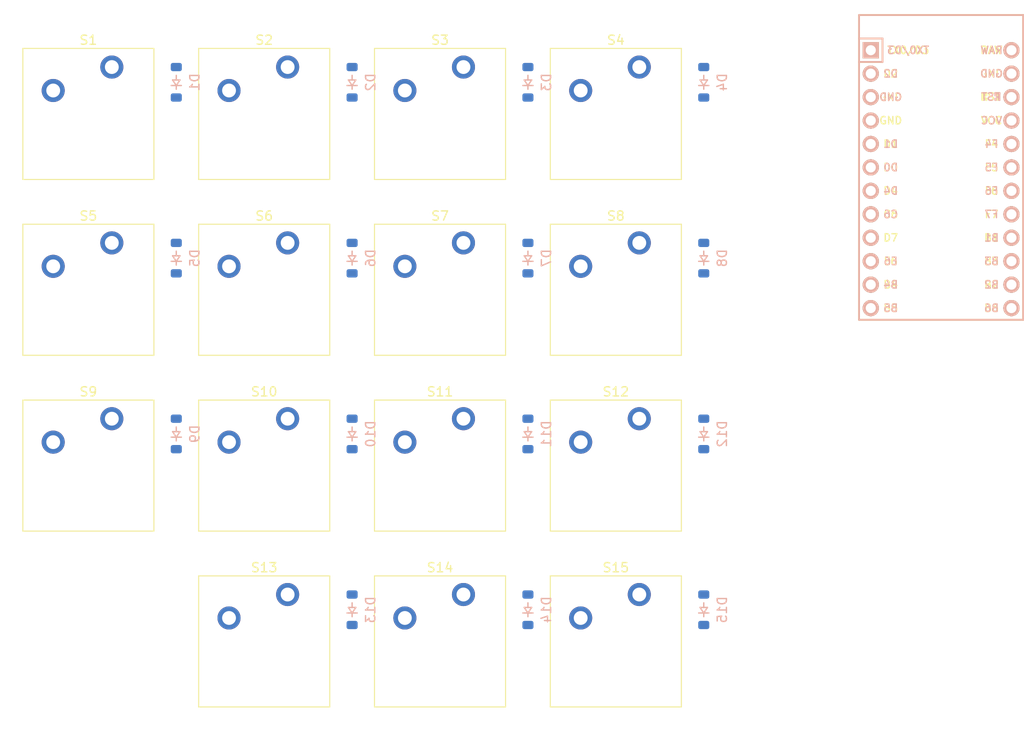
<source format=kicad_pcb>
(kicad_pcb (version 20221018) (generator pcbnew)
  (layers (0 "F.Cu" signal) (31 "B.Cu" signal) (34 "B.Paste" user) (35 "F.Paste" user) (36 "B.SilkS" user "B.Silkscreen") (37 "F.SilkS" user "F.Silkscreen") (38 "B.Mask" user) (39 "F.Mask" user) (44 "Edge.Cuts" user))
  (net 0 "")
  (net 1 "Row1")
  (net 2 "Net-(D1-A)")
  (net 3 "Net-(D2-A)")
  (net 4 "Net-(D3-A)")
  (net 5 "Net-(D4-A)")
  (net 6 "Row2")
  (net 7 "Net-(D5-A)")
  (net 8 "Net-(D6-A)")
  (net 9 "Net-(D7-A)")
  (net 10 "Net-(D8-A)")
  (net 11 "Row3")
  (net 12 "Net-(D9-A)")
  (net 13 "Net-(D10-A)")
  (net 14 "Net-(D11-A)")
  (net 15 "Net-(D12-A)")
  (net 16 "Row4")
  (net 17 "Net-(D13-A)")
  (net 18 "Net-(D14-A)")
  (net 19 "Net-(D15-A)")
  (net 20 "Column1")
  (net 21 "Column2")
  (net 22 "Column3")
  (net 23 "Column4")
  (footprint "microkeys_MX:MX_PCB_1.00u" (layer "F.Cu") (at 88.26 117.58)
    (fp_text reference "S13" (at 0 -8) (layer "F.SilkS"))
    (fp_text value "Keyswitch")
    (fp_line (start -7.1 -7.1) (end -7.1 7.1) (stroke (width 0.12)) (layer "F.SilkS"))
    (fp_line (start -7.1 7.1) (end 7.1 7.1) (stroke (width 0.12)) (layer "F.SilkS"))
    (fp_line (start 7.1 -7.1) (end -7.1 -7.1) (stroke (width 0.12)) (layer "F.SilkS"))
    (fp_line (start 7.1 7.1) (end 7.1 -7.1) (stroke (width 0.12)) (layer "F.SilkS"))
    (pad "" np_thru_hole circle (at -5.08 0) (size 1.75 1.75) (drill 1.75) (layers "*.Cu" "*.Mask"))
    (pad "" np_thru_hole circle (at 0 0) (size 4 4) (drill 4) (layers "*.Cu" "*.Mask"))
    (pad "" np_thru_hole circle (at 5.08 0) (size 1.75 1.75) (drill 1.75) (layers "*.Cu" "*.Mask"))
    (pad "1" thru_hole circle (at -3.81 -2.54) (size 2.5 2.5) (drill 1.5) (layers "*.Cu" "*.Mask") (net 21 "Column2"))
    (pad "2" thru_hole circle (at 2.54 -5.08) (size 2.5 2.5) (drill 1.5) (layers "*.Cu" "*.Mask") (net 17 "Net-(D13-A)"))
  )
  (footprint "microkeys_MCU:Arduino_Pro_Micro" (layer "F.Cu") (at 161.6025 67.494375)
    (fp_text reference "U2" hide)
    (fp_text value "Arduino_Pro_Micro" hide)
    (fp_text user "B6" (at 5.461 13.97) (layer "B.SilkS") (effects (font (size 0.8 0.8)) (justify mirror)))
    (fp_text user "F6" (at 5.461 1.27) (layer "B.SilkS") (effects (font (size 0.8 0.8)) (justify mirror)))
    (fp_text user "D1" (at -5.461 -3.81) (layer "B.SilkS") (effects (font (size 0.8 0.8)) (justify mirror)))
    (fp_text user "GND" (at 5.461 -11.43) (layer "B.SilkS") (effects (font (size 0.8 0.8)) (justify mirror)))
    (fp_text user "B1" (at 5.461 6.35) (layer "B.SilkS") (effects (font (size 0.8 0.8)) (justify mirror)))
    (fp_text user "D2" (at -5.461 -11.43) (layer "B.SilkS") (effects (font (size 0.8 0.8)) (justify mirror)))
    (fp_text user "D4" (at -5.461 1.27) (layer "B.SilkS") (effects (font (size 0.8 0.8)) (justify mirror)))
    (fp_text user "B5" (at -5.461 13.97) (layer "B.SilkS") (effects (font (size 0.8 0.8)) (justify mirror)))
    (fp_text user "B3" (at 5.461 8.89) (layer "B.SilkS") (effects (font (size 0.8 0.8)) (justify mirror)))
    (fp_text user "C6" (at -5.461 3.81) (layer "B.SilkS") (effects (font (size 0.8 0.8)) (justify mirror)))
    (fp_text user "D0" (at -5.461 -1.27) (layer "B.SilkS") (effects (font (size 0.8 0.8)) (justify mirror)))
    (fp_text user "F5" (at 5.461 -1.27) (layer "B.SilkS") (effects (font (size 0.8 0.8)) (justify mirror)))
    (fp_text user "TX0/D3" (at -3.571872 -13.97) (layer "B.SilkS") (effects (font (size 0.8 0.8)) (justify mirror)))
    (fp_text user "GND" (at -5.461 -8.89) (layer "B.SilkS") (effects (font (size 0.8 0.8)) (justify mirror)))
    (fp_text user "B2" (at 5.461 11.43) (layer "B.SilkS") (effects (font (size 0.8 0.8)) (justify mirror)))
    (fp_text user "F7" (at 5.461 3.81) (layer "B.SilkS") (effects (font (size 0.8 0.8)) (justify mirror)))
    (fp_text user "B4" (at -5.461 11.43) (layer "B.SilkS") (effects (font (size 0.8 0.8)) (justify mirror)))
    (fp_text user "ST" (at 5.04 -8.91) (layer "B.SilkS") (effects (font (size 0.8 0.8)) (justify mirror)))
    (fp_text user "F4" (at 5.461 -3.81) (layer "B.SilkS") (effects (font (size 0.8 0.8)) (justify mirror)))
    (fp_text user "RAW" (at 5.461 -13.97) (layer "B.SilkS") (effects (font (size 0.8 0.8)) (justify mirror)))
    (fp_text user "E6" (at -5.461 8.89) (layer "B.SilkS") (effects (font (size 0.8 0.8)) (justify mirror)))
    (fp_text user "VCC" (at 5.461 -6.35) (layer "B.SilkS") (effects (font (size 0.8 0.8)) (justify mirror)))
    (fp_text user "ST" (at 5.73312 -8.92) (layer "F.SilkS") (effects (font (size 0.8 0.8))))
    (fp_text user "E6" (at -5.461 8.89) (layer "F.SilkS") (effects (font (size 0.8 0.8))))
    (fp_text user "D0" (at -5.461 -1.27) (layer "F.SilkS") (effects (font (size 0.8 0.8))))
    (fp_text user "VCC" (at 5.461 -6.35) (layer "F.SilkS") (effects (font (size 0.8 0.8))))
    (fp_text user "TX0/D3" (at -3.571872 -13.97) (layer "F.SilkS") (effects (font (size 0.8 0.8))))
    (fp_text user "B4" (at -5.461 11.43) (layer "F.SilkS") (effects (font (size 0.8 0.8))))
    (fp_text user "B6" (at 5.461 13.97) (layer "F.SilkS") (effects (font (size 0.8 0.8))))
    (fp_text user "GND" (at -5.461 -8.89) (layer "F.SilkS") (effects (font (size 0.8 0.8))))
    (fp_text user "D4" (at -5.461 1.27) (layer "F.SilkS") (effects (font (size 0.8 0.8))))
    (fp_text user "C6" (at -5.461 3.81) (layer "F.SilkS") (effects (font (size 0.8 0.8))))
    (fp_text user "D2" (at -5.461 -11.43) (layer "F.SilkS") (effects (font (size 0.8 0.8))))
    (fp_text user "F5" (at 5.461 -1.27) (layer "F.SilkS") (effects (font (size 0.8 0.8))))
    (fp_text user "F7" (at 5.461 3.81) (layer "F.SilkS") (effects (font (size 0.8 0.8))))
    (fp_text user "B3" (at 5.461 8.89) (layer "F.SilkS") (effects (font (size 0.8 0.8))))
    (fp_text user "B2" (at 5.461 11.43) (layer "F.SilkS") (effects (font (size 0.8 0.8))))
    (fp_text user "RAW" (at 5.461 -13.97) (layer "F.SilkS") (effects (font (size 0.8 0.8))))
    (fp_text user "GND" (at -5.461 -6.35) (layer "F.SilkS") (effects (font (size 0.8 0.8))))
    (fp_text user "D1" (at -5.461 -3.81) (layer "F.SilkS") (effects (font (size 0.8 0.8))))
    (fp_text user "F4" (at 5.461 -3.81) (layer "F.SilkS") (effects (font (size 0.8 0.8))))
    (fp_text user "B5" (at -5.461 13.97) (layer "F.SilkS") (effects (font (size 0.8 0.8))))
    (fp_text user "D7" (at -5.461 6.35) (layer "F.SilkS") (effects (font (size 0.8 0.8))))
    (fp_text user "B1" (at 5.461 6.35) (layer "F.SilkS") (effects (font (size 0.8 0.8))))
    (fp_text user "GND" (at 5.461 -11.43) (layer "F.SilkS") (effects (font (size 0.8 0.8))))
    (fp_text user "F6" (at 5.461 1.27) (layer "F.SilkS") (effects (font (size 0.8 0.8))))
    (fp_line (start -8.89 -17.78) (end -8.89 15.24) (stroke (width 0.2)) (layer "B.SilkS"))
    (fp_line (start -8.89 15.24) (end 8.89 15.24) (stroke (width 0.2)) (layer "B.SilkS"))
    (fp_line (start -6.35 -15.24) (end -8.89 -15.24) (stroke (width 0.2)) (layer "B.SilkS"))
    (fp_line (start -6.35 -15.24) (end -6.35 -12.7) (stroke (width 0.2)) (layer "B.SilkS"))
    (fp_line (start -6.35 -12.7) (end -8.89 -12.7) (stroke (width 0.2)) (layer "B.SilkS"))
    (fp_line (start 8.89 -17.78) (end -8.89 -17.78) (stroke (width 0.2)) (layer "B.SilkS"))
    (fp_line (start 8.89 15.24) (end 8.89 -17.78) (stroke (width 0.2)) (layer "B.SilkS"))
    (fp_poly (pts (xy 5.844635 -9.35097) (xy 5.844635 -9.25097) (xy 6.344635 -9.25097) (xy 6.344635 -9.35097)) (stroke (width 0.15)) (fill solid) (layer "B.SilkS"))
    (fp_poly (pts (xy 5.844635 -9.35097) (xy 5.844635 -9.05097) (xy 5.944635 -9.05097) (xy 5.944635 -9.35097)) (stroke (width 0.15)) (fill solid) (layer "B.SilkS"))
    (fp_poly (pts (xy 5.844635 -8.75097) (xy 5.844635 -8.55097) (xy 5.944635 -8.55097) (xy 5.944635 -8.75097)) (stroke (width 0.15)) (fill solid) (layer "B.SilkS"))
    (fp_poly (pts (xy 6.044635 -8.95097) (xy 6.044635 -8.85097) (xy 6.144635 -8.85097) (xy 6.144635 -8.95097)) (stroke (width 0.15)) (fill solid) (layer "B.SilkS"))
    (fp_poly (pts (xy 6.244635 -9.35097) (xy 6.244635 -8.55097) (xy 6.344635 -8.55097) (xy 6.344635 -9.35097)) (stroke (width 0.15)) (fill solid) (layer "B.SilkS"))
    (fp_line (start -8.89 -17.78) (end -8.89 15.24) (stroke (width 0.2)) (layer "F.SilkS"))
    (fp_line (start -8.89 15.24) (end 8.89 15.24) (stroke (width 0.2)) (layer "F.SilkS"))
    (fp_line (start -6.35 -15.24) (end -8.89 -15.24) (stroke (width 0.2)) (layer "F.SilkS"))
    (fp_line (start -6.35 -15.24) (end -6.35 -12.7) (stroke (width 0.2)) (layer "F.SilkS"))
    (fp_line (start -6.35 -12.7) (end -8.89 -12.7) (stroke (width 0.2)) (layer "F.SilkS"))
    (fp_line (start 8.89 -17.78) (end -8.89 -17.78) (stroke (width 0.2)) (layer "F.SilkS"))
    (fp_line (start 8.89 15.24) (end 8.89 -17.78) (stroke (width 0.2)) (layer "F.SilkS"))
    (fp_poly (pts (xy 4.531568 -9.36064) (xy 4.531568 -8.56064) (xy 4.431568 -8.56064) (xy 4.431568 -9.36064)) (stroke (width 0.15)) (fill solid) (layer "F.SilkS"))
    (fp_poly (pts (xy 4.731568 -8.96064) (xy 4.731568 -8.86064) (xy 4.631568 -8.86064) (xy 4.631568 -8.96064)) (stroke (width 0.15)) (fill solid) (layer "F.SilkS"))
    (fp_poly (pts (xy 4.931568 -9.36064) (xy 4.931568 -9.26064) (xy 4.431568 -9.26064) (xy 4.431568 -9.36064)) (stroke (width 0.15)) (fill solid) (layer "F.SilkS"))
    (fp_poly (pts (xy 4.931568 -9.36064) (xy 4.931568 -9.06064) (xy 4.831568 -9.06064) (xy 4.831568 -9.36064)) (stroke (width 0.15)) (fill solid) (layer "F.SilkS"))
    (fp_poly (pts (xy 4.931568 -8.76064) (xy 4.931568 -8.56064) (xy 4.831568 -8.56064) (xy 4.831568 -8.76064)) (stroke (width 0.15)) (fill solid) (layer "F.SilkS"))
    (pad "1" thru_hole rect (at -7.62 -13.97 270) (size 1.7526 1.7526) (drill 1.0922) (layers "*.Cu" "*.SilkS" "*.Mask"))
    (pad "2" thru_hole circle (at -7.62 -11.43 270) (size 1.7526 1.7526) (drill 1.0922) (layers "*.Cu" "*.SilkS" "*.Mask"))
    (pad "3" thru_hole circle (at -7.62 -8.89 270) (size 1.7526 1.7526) (drill 1.0922) (layers "*.Cu" "*.SilkS" "*.Mask"))
    (pad "4" thru_hole circle (at -7.62 -6.35 270) (size 1.7526 1.7526) (drill 1.0922) (layers "*.Cu" "*.SilkS" "*.Mask"))
    (pad "5" thru_hole circle (at -7.62 -3.81 270) (size 1.7526 1.7526) (drill 1.0922) (layers "*.Cu" "*.SilkS" "*.Mask") (net 20 "Column1"))
    (pad "6" thru_hole circle (at -7.62 -1.27 270) (size 1.7526 1.7526) (drill 1.0922) (layers "*.Cu" "*.SilkS" "*.Mask") (net 21 "Column2"))
    (pad "7" thru_hole circle (at -7.62 1.27 270) (size 1.7526 1.7526) (drill 1.0922) (layers "*.Cu" "*.SilkS" "*.Mask") (net 22 "Column3"))
    (pad "8" thru_hole circle (at -7.62 3.81 270) (size 1.7526 1.7526) (drill 1.0922) (layers "*.Cu" "*.SilkS" "*.Mask") (net 23 "Column4"))
    (pad "9" thru_hole circle (at -7.62 6.35 270) (size 1.7526 1.7526) (drill 1.0922) (layers "*.Cu" "*.SilkS" "*.Mask") (net 1 "Row1"))
    (pad "10" thru_hole circle (at -7.62 8.89 270) (size 1.7526 1.7526) (drill 1.0922) (layers "*.Cu" "*.SilkS" "*.Mask") (net 6 "Row2"))
    (pad "11" thru_hole circle (at -7.62 11.43 270) (size 1.7526 1.7526) (drill 1.0922) (layers "*.Cu" "*.SilkS" "*.Mask") (net 11 "Row3"))
    (pad "12" thru_hole circle (at -7.62 13.97 270) (size 1.7526 1.7526) (drill 1.0922) (layers "*.Cu" "*.SilkS" "*.Mask") (net 16 "Row4"))
    (pad "13" thru_hole circle (at 7.62 13.97 270) (size 1.7526 1.7526) (drill 1.0922) (layers "*.Cu" "*.SilkS" "*.Mask"))
    (pad "14" thru_hole circle (at 7.62 11.43 270) (size 1.7526 1.7526) (drill 1.0922) (layers "*.Cu" "*.SilkS" "*.Mask"))
    (pad "15" thru_hole circle (at 7.62 8.89 270) (size 1.7526 1.7526) (drill 1.0922) (layers "*.Cu" "*.SilkS" "*.Mask"))
    (pad "16" thru_hole circle (at 7.62 6.35 270) (size 1.7526 1.7526) (drill 1.0922) (layers "*.Cu" "*.SilkS" "*.Mask"))
    (pad "17" thru_hole circle (at 7.62 3.81 270) (size 1.7526 1.7526) (drill 1.0922) (layers "*.Cu" "*.SilkS" "*.Mask"))
    (pad "18" thru_hole circle (at 7.62 1.27 270) (size 1.7526 1.7526) (drill 1.0922) (layers "*.Cu" "*.SilkS" "*.Mask"))
    (pad "19" thru_hole circle (at 7.62 -1.27 270) (size 1.7526 1.7526) (drill 1.0922) (layers "*.Cu" "*.SilkS" "*.Mask"))
    (pad "20" thru_hole circle (at 7.62 -3.81 270) (size 1.7526 1.7526) (drill 1.0922) (layers "*.Cu" "*.SilkS" "*.Mask"))
    (pad "21" thru_hole circle (at 7.62 -6.35 270) (size 1.7526 1.7526) (drill 1.0922) (layers "*.Cu" "*.SilkS" "*.Mask"))
    (pad "22" thru_hole circle (at 7.62 -8.89 270) (size 1.7526 1.7526) (drill 1.0922) (layers "*.Cu" "*.SilkS" "*.Mask"))
    (pad "23" thru_hole circle (at 7.62 -11.43 270) (size 1.7526 1.7526) (drill 1.0922) (layers "*.Cu" "*.SilkS" "*.Mask"))
    (pad "24" thru_hole circle (at 7.62 -13.97 270) (size 1.7526 1.7526) (drill 1.0922) (layers "*.Cu" "*.SilkS" "*.Mask"))
  )
  (footprint "microkeys_MX:MX_PCB_1.00u" (layer "F.Cu") (at 88.26 79.48)
    (fp_text reference "S6" (at 0 -8) (layer "F.SilkS"))
    (fp_text value "Keyswitch")
    (fp_line (start -7.1 -7.1) (end -7.1 7.1) (stroke (width 0.12)) (layer "F.SilkS"))
    (fp_line (start -7.1 7.1) (end 7.1 7.1) (stroke (width 0.12)) (layer "F.SilkS"))
    (fp_line (start 7.1 -7.1) (end -7.1 -7.1) (stroke (width 0.12)) (layer "F.SilkS"))
    (fp_line (start 7.1 7.1) (end 7.1 -7.1) (stroke (width 0.12)) (layer "F.SilkS"))
    (pad "" np_thru_hole circle (at -5.08 0) (size 1.75 1.75) (drill 1.75) (layers "*.Cu" "*.Mask"))
    (pad "" np_thru_hole circle (at 0 0) (size 4 4) (drill 4) (layers "*.Cu" "*.Mask"))
    (pad "" np_thru_hole circle (at 5.08 0) (size 1.75 1.75) (drill 1.75) (layers "*.Cu" "*.Mask"))
    (pad "1" thru_hole circle (at -3.81 -2.54) (size 2.5 2.5) (drill 1.5) (layers "*.Cu" "*.Mask") (net 21 "Column2"))
    (pad "2" thru_hole circle (at 2.54 -5.08) (size 2.5 2.5) (drill 1.5) (layers "*.Cu" "*.Mask") (net 8 "Net-(D6-A)"))
  )
  (footprint "microkeys_MX:MX_PCB_1.00u" (layer "F.Cu") (at 126.36 117.58)
    (fp_text reference "S15" (at 0 -8) (layer "F.SilkS"))
    (fp_text value "Keyswitch")
    (fp_line (start -7.1 -7.1) (end -7.1 7.1) (stroke (width 0.12)) (layer "F.SilkS"))
    (fp_line (start -7.1 7.1) (end 7.1 7.1) (stroke (width 0.12)) (layer "F.SilkS"))
    (fp_line (start 7.1 -7.1) (end -7.1 -7.1) (stroke (width 0.12)) (layer "F.SilkS"))
    (fp_line (start 7.1 7.1) (end 7.1 -7.1) (stroke (width 0.12)) (layer "F.SilkS"))
    (pad "" np_thru_hole circle (at -5.08 0) (size 1.75 1.75) (drill 1.75) (layers "*.Cu" "*.Mask"))
    (pad "" np_thru_hole circle (at 0 0) (size 4 4) (drill 4) (layers "*.Cu" "*.Mask"))
    (pad "" np_thru_hole circle (at 5.08 0) (size 1.75 1.75) (drill 1.75) (layers "*.Cu" "*.Mask"))
    (pad "1" thru_hole circle (at -3.81 -2.54) (size 2.5 2.5) (drill 1.5) (layers "*.Cu" "*.Mask") (net 23 "Column4"))
    (pad "2" thru_hole circle (at 2.54 -5.08) (size 2.5 2.5) (drill 1.5) (layers "*.Cu" "*.Mask") (net 19 "Net-(D15-A)"))
  )
  (footprint "microkeys_MX:MX_PCB_1.00u" (layer "F.Cu") (at 88.26 60.43)
    (fp_text reference "S2" (at 0 -8) (layer "F.SilkS"))
    (fp_text value "Keyswitch")
    (fp_line (start -7.1 -7.1) (end -7.1 7.1) (stroke (width 0.12)) (layer "F.SilkS"))
    (fp_line (start -7.1 7.1) (end 7.1 7.1) (stroke (width 0.12)) (layer "F.SilkS"))
    (fp_line (start 7.1 -7.1) (end -7.1 -7.1) (stroke (width 0.12)) (layer "F.SilkS"))
    (fp_line (start 7.1 7.1) (end 7.1 -7.1) (stroke (width 0.12)) (layer "F.SilkS"))
    (pad "" np_thru_hole circle (at -5.08 0) (size 1.75 1.75) (drill 1.75) (layers "*.Cu" "*.Mask"))
    (pad "" np_thru_hole circle (at 0 0) (size 4 4) (drill 4) (layers "*.Cu" "*.Mask"))
    (pad "" np_thru_hole circle (at 5.08 0) (size 1.75 1.75) (drill 1.75) (layers "*.Cu" "*.Mask"))
    (pad "1" thru_hole circle (at -3.81 -2.54) (size 2.5 2.5) (drill 1.5) (layers "*.Cu" "*.Mask") (net 21 "Column2"))
    (pad "2" thru_hole circle (at 2.54 -5.08) (size 2.5 2.5) (drill 1.5) (layers "*.Cu" "*.Mask") (net 3 "Net-(D2-A)"))
  )
  (footprint "microkeys_MX:MX_PCB_1.00u" (layer "F.Cu") (at 69.21 79.48)
    (fp_text reference "S5" (at 0 -8) (layer "F.SilkS"))
    (fp_text value "Keyswitch")
    (fp_line (start -7.1 -7.1) (end -7.1 7.1) (stroke (width 0.12)) (layer "F.SilkS"))
    (fp_line (start -7.1 7.1) (end 7.1 7.1) (stroke (width 0.12)) (layer "F.SilkS"))
    (fp_line (start 7.1 -7.1) (end -7.1 -7.1) (stroke (width 0.12)) (layer "F.SilkS"))
    (fp_line (start 7.1 7.1) (end 7.1 -7.1) (stroke (width 0.12)) (layer "F.SilkS"))
    (pad "" np_thru_hole circle (at -5.08 0) (size 1.75 1.75) (drill 1.75) (layers "*.Cu" "*.Mask"))
    (pad "" np_thru_hole circle (at 0 0) (size 4 4) (drill 4) (layers "*.Cu" "*.Mask"))
    (pad "" np_thru_hole circle (at 5.08 0) (size 1.75 1.75) (drill 1.75) (layers "*.Cu" "*.Mask"))
    (pad "1" thru_hole circle (at -3.81 -2.54) (size 2.5 2.5) (drill 1.5) (layers "*.Cu" "*.Mask") (net 20 "Column1"))
    (pad "2" thru_hole circle (at 2.54 -5.08) (size 2.5 2.5) (drill 1.5) (layers "*.Cu" "*.Mask") (net 7 "Net-(D5-A)"))
  )
  (footprint "microkeys_MX:MX_PCB_1.00u" (layer "F.Cu") (at 107.31 60.43)
    (fp_text reference "S3" (at 0 -8) (layer "F.SilkS"))
    (fp_text value "Keyswitch")
    (fp_line (start -7.1 -7.1) (end -7.1 7.1) (stroke (width 0.12)) (layer "F.SilkS"))
    (fp_line (start -7.1 7.1) (end 7.1 7.1) (stroke (width 0.12)) (layer "F.SilkS"))
    (fp_line (start 7.1 -7.1) (end -7.1 -7.1) (stroke (width 0.12)) (layer "F.SilkS"))
    (fp_line (start 7.1 7.1) (end 7.1 -7.1) (stroke (width 0.12)) (layer "F.SilkS"))
    (pad "" np_thru_hole circle (at -5.08 0) (size 1.75 1.75) (drill 1.75) (layers "*.Cu" "*.Mask"))
    (pad "" np_thru_hole circle (at 0 0) (size 4 4) (drill 4) (layers "*.Cu" "*.Mask"))
    (pad "" np_thru_hole circle (at 5.08 0) (size 1.75 1.75) (drill 1.75) (layers "*.Cu" "*.Mask"))
    (pad "1" thru_hole circle (at -3.81 -2.54) (size 2.5 2.5) (drill 1.5) (layers "*.Cu" "*.Mask") (net 22 "Column3"))
    (pad "2" thru_hole circle (at 2.54 -5.08) (size 2.5 2.5) (drill 1.5) (layers "*.Cu" "*.Mask") (net 4 "Net-(D3-A)"))
  )
  (footprint "microkeys_MX:MX_PCB_1.00u" (layer "F.Cu") (at 88.26 98.53)
    (fp_text reference "S10" (at 0 -8) (layer "F.SilkS"))
    (fp_text value "Keyswitch")
    (fp_line (start -7.1 -7.1) (end -7.1 7.1) (stroke (width 0.12)) (layer "F.SilkS"))
    (fp_line (start -7.1 7.1) (end 7.1 7.1) (stroke (width 0.12)) (layer "F.SilkS"))
    (fp_line (start 7.1 -7.1) (end -7.1 -7.1) (stroke (width 0.12)) (layer "F.SilkS"))
    (fp_line (start 7.1 7.1) (end 7.1 -7.1) (stroke (width 0.12)) (layer "F.SilkS"))
    (pad "" np_thru_hole circle (at -5.08 0) (size 1.75 1.75) (drill 1.75) (layers "*.Cu" "*.Mask"))
    (pad "" np_thru_hole circle (at 0 0) (size 4 4) (drill 4) (layers "*.Cu" "*.Mask"))
    (pad "" np_thru_hole circle (at 5.08 0) (size 1.75 1.75) (drill 1.75) (layers "*.Cu" "*.Mask"))
    (pad "1" thru_hole circle (at -3.81 -2.54) (size 2.5 2.5) (drill 1.5) (layers "*.Cu" "*.Mask") (net 21 "Column2"))
    (pad "2" thru_hole circle (at 2.54 -5.08) (size 2.5 2.5) (drill 1.5) (layers "*.Cu" "*.Mask") (net 13 "Net-(D10-A)"))
  )
  (footprint "microkeys_MX:MX_PCB_1.00u" (layer "F.Cu") (at 126.36 60.43)
    (fp_text reference "S4" (at 0 -8) (layer "F.SilkS"))
    (fp_text value "Keyswitch")
    (fp_line (start -7.1 -7.1) (end -7.1 7.1) (stroke (width 0.12)) (layer "F.SilkS"))
    (fp_line (start -7.1 7.1) (end 7.1 7.1) (stroke (width 0.12)) (layer "F.SilkS"))
    (fp_line (start 7.1 -7.1) (end -7.1 -7.1) (stroke (width 0.12)) (layer "F.SilkS"))
    (fp_line (start 7.1 7.1) (end 7.1 -7.1) (stroke (width 0.12)) (layer "F.SilkS"))
    (pad "" np_thru_hole circle (at -5.08 0) (size 1.75 1.75) (drill 1.75) (layers "*.Cu" "*.Mask"))
    (pad "" np_thru_hole circle (at 0 0) (size 4 4) (drill 4) (layers "*.Cu" "*.Mask"))
    (pad "" np_thru_hole circle (at 5.08 0) (size 1.75 1.75) (drill 1.75) (layers "*.Cu" "*.Mask"))
    (pad "1" thru_hole circle (at -3.81 -2.54) (size 2.5 2.5) (drill 1.5) (layers "*.Cu" "*.Mask") (net 23 "Column4"))
    (pad "2" thru_hole circle (at 2.54 -5.08) (size 2.5 2.5) (drill 1.5) (layers "*.Cu" "*.Mask") (net 5 "Net-(D4-A)"))
  )
  (footprint "microkeys_MX:MX_PCB_1.00u" (layer "F.Cu") (at 69.21 60.43)
    (fp_text reference "S1" (at 0 -8) (layer "F.SilkS"))
    (fp_text value "Keyswitch")
    (fp_line (start -7.1 -7.1) (end -7.1 7.1) (stroke (width 0.12)) (layer "F.SilkS"))
    (fp_line (start -7.1 7.1) (end 7.1 7.1) (stroke (width 0.12)) (layer "F.SilkS"))
    (fp_line (start 7.1 -7.1) (end -7.1 -7.1) (stroke (width 0.12)) (layer "F.SilkS"))
    (fp_line (start 7.1 7.1) (end 7.1 -7.1) (stroke (width 0.12)) (layer "F.SilkS"))
    (pad "" np_thru_hole circle (at -5.08 0) (size 1.75 1.75) (drill 1.75) (layers "*.Cu" "*.Mask"))
    (pad "" np_thru_hole circle (at 0 0) (size 4 4) (drill 4) (layers "*.Cu" "*.Mask"))
    (pad "" np_thru_hole circle (at 5.08 0) (size 1.75 1.75) (drill 1.75) (layers "*.Cu" "*.Mask"))
    (pad "1" thru_hole circle (at -3.81 -2.54) (size 2.5 2.5) (drill 1.5) (layers "*.Cu" "*.Mask") (net 20 "Column1"))
    (pad "2" thru_hole circle (at 2.54 -5.08) (size 2.5 2.5) (drill 1.5) (layers "*.Cu" "*.Mask") (net 2 "Net-(D1-A)"))
  )
  (footprint "microkeys_MX:MX_PCB_1.00u" (layer "F.Cu") (at 107.31 98.53)
    (fp_text reference "S11" (at 0 -8) (layer "F.SilkS"))
    (fp_text value "Keyswitch")
    (fp_line (start -7.1 -7.1) (end -7.1 7.1) (stroke (width 0.12)) (layer "F.SilkS"))
    (fp_line (start -7.1 7.1) (end 7.1 7.1) (stroke (width 0.12)) (layer "F.SilkS"))
    (fp_line (start 7.1 -7.1) (end -7.1 -7.1) (stroke (width 0.12)) (layer "F.SilkS"))
    (fp_line (start 7.1 7.1) (end 7.1 -7.1) (stroke (width 0.12)) (layer "F.SilkS"))
    (pad "" np_thru_hole circle (at -5.08 0) (size 1.75 1.75) (drill 1.75) (layers "*.Cu" "*.Mask"))
    (pad "" np_thru_hole circle (at 0 0) (size 4 4) (drill 4) (layers "*.Cu" "*.Mask"))
    (pad "" np_thru_hole circle (at 5.08 0) (size 1.75 1.75) (drill 1.75) (layers "*.Cu" "*.Mask"))
    (pad "1" thru_hole circle (at -3.81 -2.54) (size 2.5 2.5) (drill 1.5) (layers "*.Cu" "*.Mask") (net 22 "Column3"))
    (pad "2" thru_hole circle (at 2.54 -5.08) (size 2.5 2.5) (drill 1.5) (layers "*.Cu" "*.Mask") (net 14 "Net-(D11-A)"))
  )
  (footprint "microkeys_MX:MX_PCB_1.00u" (layer "F.Cu") (at 107.31 79.48)
    (fp_text reference "S7" (at 0 -8) (layer "F.SilkS"))
    (fp_text value "Keyswitch")
    (fp_line (start -7.1 -7.1) (end -7.1 7.1) (stroke (width 0.12)) (layer "F.SilkS"))
    (fp_line (start -7.1 7.1) (end 7.1 7.1) (stroke (width 0.12)) (layer "F.SilkS"))
    (fp_line (start 7.1 -7.1) (end -7.1 -7.1) (stroke (width 0.12)) (layer "F.SilkS"))
    (fp_line (start 7.1 7.1) (end 7.1 -7.1) (stroke (width 0.12)) (layer "F.SilkS"))
    (pad "" np_thru_hole circle (at -5.08 0) (size 1.75 1.75) (drill 1.75) (layers "*.Cu" "*.Mask"))
    (pad "" np_thru_hole circle (at 0 0) (size 4 4) (drill 4) (layers "*.Cu" "*.Mask"))
    (pad "" np_thru_hole circle (at 5.08 0) (size 1.75 1.75) (drill 1.75) (layers "*.Cu" "*.Mask"))
    (pad "1" thru_hole circle (at -3.81 -2.54) (size 2.5 2.5) (drill 1.5) (layers "*.Cu" "*.Mask") (net 22 "Column3"))
    (pad "2" thru_hole circle (at 2.54 -5.08) (size 2.5 2.5) (drill 1.5) (layers "*.Cu" "*.Mask") (net 9 "Net-(D7-A)"))
  )
  (footprint "microkeys_MX:MX_PCB_1.00u" (layer "F.Cu") (at 126.36 98.53)
    (fp_text reference "S12" (at 0 -8) (layer "F.SilkS"))
    (fp_text value "Keyswitch")
    (fp_line (start -7.1 -7.1) (end -7.1 7.1) (stroke (width 0.12)) (layer "F.SilkS"))
    (fp_line (start -7.1 7.1) (end 7.1 7.1) (stroke (width 0.12)) (layer "F.SilkS"))
    (fp_line (start 7.1 -7.1) (end -7.1 -7.1) (stroke (width 0.12)) (layer "F.SilkS"))
    (fp_line (start 7.1 7.1) (end 7.1 -7.1) (stroke (width 0.12)) (layer "F.SilkS"))
    (pad "" np_thru_hole circle (at -5.08 0) (size 1.75 1.75) (drill 1.75) (layers "*.Cu" "*.Mask"))
    (pad "" np_thru_hole circle (at 0 0) (size 4 4) (drill 4) (layers "*.Cu" "*.Mask"))
    (pad "" np_thru_hole circle (at 5.08 0) (size 1.75 1.75) (drill 1.75) (layers "*.Cu" "*.Mask"))
    (pad "1" thru_hole circle (at -3.81 -2.54) (size 2.5 2.5) (drill 1.5) (layers "*.Cu" "*.Mask") (net 23 "Column4"))
    (pad "2" thru_hole circle (at 2.54 -5.08) (size 2.5 2.5) (drill 1.5) (layers "*.Cu" "*.Mask") (net 15 "Net-(D12-A)"))
  )
  (footprint "microkeys_MX:MX_PCB_1.00u" (layer "F.Cu") (at 126.36 79.48)
    (fp_text reference "S8" (at 0 -8) (layer "F.SilkS"))
    (fp_text value "Keyswitch")
    (fp_line (start -7.1 -7.1) (end -7.1 7.1) (stroke (width 0.12)) (layer "F.SilkS"))
    (fp_line (start -7.1 7.1) (end 7.1 7.1) (stroke (width 0.12)) (layer "F.SilkS"))
    (fp_line (start 7.1 -7.1) (end -7.1 -7.1) (stroke (width 0.12)) (layer "F.SilkS"))
    (fp_line (start 7.1 7.1) (end 7.1 -7.1) (stroke (width 0.12)) (layer "F.SilkS"))
    (pad "" np_thru_hole circle (at -5.08 0) (size 1.75 1.75) (drill 1.75) (layers "*.Cu" "*.Mask"))
    (pad "" np_thru_hole circle (at 0 0) (size 4 4) (drill 4) (layers "*.Cu" "*.Mask"))
    (pad "" np_thru_hole circle (at 5.08 0) (size 1.75 1.75) (drill 1.75) (layers "*.Cu" "*.Mask"))
    (pad "1" thru_hole circle (at -3.81 -2.54) (size 2.5 2.5) (drill 1.5) (layers "*.Cu" "*.Mask") (net 23 "Column4"))
    (pad "2" thru_hole circle (at 2.54 -5.08) (size 2.5 2.5) (drill 1.5) (layers "*.Cu" "*.Mask") (net 10 "Net-(D8-A)"))
  )
  (footprint "microkeys_MX:MX_PCB_1.00u" (layer "F.Cu") (at 69.21 98.53)
    (fp_text reference "S9" (at 0 -8) (layer "F.SilkS"))
    (fp_text value "Keyswitch")
    (fp_line (start -7.1 -7.1) (end -7.1 7.1) (stroke (width 0.12)) (layer "F.SilkS"))
    (fp_line (start -7.1 7.1) (end 7.1 7.1) (stroke (width 0.12)) (layer "F.SilkS"))
    (fp_line (start 7.1 -7.1) (end -7.1 -7.1) (stroke (width 0.12)) (layer "F.SilkS"))
    (fp_line (start 7.1 7.1) (end 7.1 -7.1) (stroke (width 0.12)) (layer "F.SilkS"))
    (pad "" np_thru_hole circle (at -5.08 0) (size 1.75 1.75) (drill 1.75) (layers "*.Cu" "*.Mask"))
    (pad "" np_thru_hole circle (at 0 0) (size 4 4) (drill 4) (layers "*.Cu" "*.Mask"))
    (pad "" np_thru_hole circle (at 5.08 0) (size 1.75 1.75) (drill 1.75) (layers "*.Cu" "*.Mask"))
    (pad "1" thru_hole circle (at -3.81 -2.54) (size 2.5 2.5) (drill 1.5) (layers "*.Cu" "*.Mask") (net 20 "Column1"))
    (pad "2" thru_hole circle (at 2.54 -5.08) (size 2.5 2.5) (drill 1.5) (layers "*.Cu" "*.Mask") (net 12 "Net-(D9-A)"))
  )
  (footprint "microkeys_MX:MX_PCB_1.00u" (layer "F.Cu") (at 107.31 117.58)
    (fp_text reference "S14" (at 0 -8) (layer "F.SilkS"))
    (fp_text value "Keyswitch")
    (fp_line (start -7.1 -7.1) (end -7.1 7.1) (stroke (width 0.12)) (layer "F.SilkS"))
    (fp_line (start -7.1 7.1) (end 7.1 7.1) (stroke (width 0.12)) (layer "F.SilkS"))
    (fp_line (start 7.1 -7.1) (end -7.1 -7.1) (stroke (width 0.12)) (layer "F.SilkS"))
    (fp_line (start 7.1 7.1) (end 7.1 -7.1) (stroke (width 0.12)) (layer "F.SilkS"))
    (pad "" np_thru_hole circle (at -5.08 0) (size 1.75 1.75) (drill 1.75) (layers "*.Cu" "*.Mask"))
    (pad "" np_thru_hole circle (at 0 0) (size 4 4) (drill 4) (layers "*.Cu" "*.Mask"))
    (pad "" np_thru_hole circle (at 5.08 0) (size 1.75 1.75) (drill 1.75) (layers "*.Cu" "*.Mask"))
    (pad "1" thru_hole circle (at -3.81 -2.54) (size 2.5 2.5) (drill 1.5) (layers "*.Cu" "*.Mask") (net 22 "Column3"))
    (pad "2" thru_hole circle (at 2.54 -5.08) (size 2.5 2.5) (drill 1.5) (layers "*.Cu" "*.Mask") (net 18 "Net-(D14-A)"))
  )
  (footprint "microkeys_Components:Diode_SOD-123" (layer "B.Cu") (at 97.785 57 90)
    (fp_text reference "D2" (at 0 2 90) (layer "B.SilkS") (effects (justify mirror)))
    (fp_text value "Diode")
    (fp_line (start -0.75 0) (end -0.35 0) (stroke (width 0.15)) (layer "B.SilkS"))
    (fp_line (start -0.35 0) (end -0.35 -0.55) (stroke (width 0.15)) (layer "B.SilkS"))
    (fp_line (start -0.35 0) (end -0.35 0.55) (stroke (width 0.15)) (layer "B.SilkS"))
    (fp_line (start -0.35 0) (end 0.25 0.4) (stroke (width 0.15)) (layer "B.SilkS"))
    (fp_line (start 0.25 -0.4) (end -0.35 0) (stroke (width 0.15)) (layer "B.SilkS"))
    (fp_line (start 0.25 0) (end 0.75 0) (stroke (width 0.15)) (layer "B.SilkS"))
    (fp_line (start 0.25 0.4) (end 0.25 -0.4) (stroke (width 0.15)) (layer "B.SilkS"))
    (pad "1" smd roundrect (at -1.65 0 90) (size 0.9 1.2) (layers "B.Cu" "B.Paste" "B.Mask") (net 1 "Row1"))
    (pad "2" smd roundrect (at 1.65 0 90) (size 0.9 1.2) (layers "B.Cu" "B.Paste" "B.Mask") (net 3 "Net-(D2-A)"))
  )
  (footprint "microkeys_Components:Diode_SOD-123" (layer "B.Cu") (at 78.735 57 90)
    (fp_text reference "D1" (at 0 2 90) (layer "B.SilkS") (effects (justify mirror)))
    (fp_text value "Diode")
    (fp_line (start -0.75 0) (end -0.35 0) (stroke (width 0.15)) (layer "B.SilkS"))
    (fp_line (start -0.35 0) (end -0.35 -0.55) (stroke (width 0.15)) (layer "B.SilkS"))
    (fp_line (start -0.35 0) (end -0.35 0.55) (stroke (width 0.15)) (layer "B.SilkS"))
    (fp_line (start -0.35 0) (end 0.25 0.4) (stroke (width 0.15)) (layer "B.SilkS"))
    (fp_line (start 0.25 -0.4) (end -0.35 0) (stroke (width 0.15)) (layer "B.SilkS"))
    (fp_line (start 0.25 0) (end 0.75 0) (stroke (width 0.15)) (layer "B.SilkS"))
    (fp_line (start 0.25 0.4) (end 0.25 -0.4) (stroke (width 0.15)) (layer "B.SilkS"))
    (pad "1" smd roundrect (at -1.65 0 90) (size 0.9 1.2) (layers "B.Cu" "B.Paste" "B.Mask") (net 1 "Row1"))
    (pad "2" smd roundrect (at 1.65 0 90) (size 0.9 1.2) (layers "B.Cu" "B.Paste" "B.Mask") (net 2 "Net-(D1-A)"))
  )
  (footprint "microkeys_Components:Diode_SOD-123" (layer "B.Cu") (at 78.735 95.1 90)
    (fp_text reference "D9" (at 0 2 90) (layer "B.SilkS") (effects (justify mirror)))
    (fp_text value "Diode")
    (fp_line (start -0.75 0) (end -0.35 0) (stroke (width 0.15)) (layer "B.SilkS"))
    (fp_line (start -0.35 0) (end -0.35 -0.55) (stroke (width 0.15)) (layer "B.SilkS"))
    (fp_line (start -0.35 0) (end -0.35 0.55) (stroke (width 0.15)) (layer "B.SilkS"))
    (fp_line (start -0.35 0) (end 0.25 0.4) (stroke (width 0.15)) (layer "B.SilkS"))
    (fp_line (start 0.25 -0.4) (end -0.35 0) (stroke (width 0.15)) (layer "B.SilkS"))
    (fp_line (start 0.25 0) (end 0.75 0) (stroke (width 0.15)) (layer "B.SilkS"))
    (fp_line (start 0.25 0.4) (end 0.25 -0.4) (stroke (width 0.15)) (layer "B.SilkS"))
    (pad "1" smd roundrect (at -1.65 0 90) (size 0.9 1.2) (layers "B.Cu" "B.Paste" "B.Mask") (net 11 "Row3"))
    (pad "2" smd roundrect (at 1.65 0 90) (size 0.9 1.2) (layers "B.Cu" "B.Paste" "B.Mask") (net 12 "Net-(D9-A)"))
  )
  (footprint "microkeys_Components:Diode_SOD-123" (layer "B.Cu") (at 135.885 76.05 90)
    (fp_text reference "D8" (at 0 2 90) (layer "B.SilkS") (effects (justify mirror)))
    (fp_text value "Diode")
    (fp_line (start -0.75 0) (end -0.35 0) (stroke (width 0.15)) (layer "B.SilkS"))
    (fp_line (start -0.35 0) (end -0.35 -0.55) (stroke (width 0.15)) (layer "B.SilkS"))
    (fp_line (start -0.35 0) (end -0.35 0.55) (stroke (width 0.15)) (layer "B.SilkS"))
    (fp_line (start -0.35 0) (end 0.25 0.4) (stroke (width 0.15)) (layer "B.SilkS"))
    (fp_line (start 0.25 -0.4) (end -0.35 0) (stroke (width 0.15)) (layer "B.SilkS"))
    (fp_line (start 0.25 0) (end 0.75 0) (stroke (width 0.15)) (layer "B.SilkS"))
    (fp_line (start 0.25 0.4) (end 0.25 -0.4) (stroke (width 0.15)) (layer "B.SilkS"))
    (pad "1" smd roundrect (at -1.65 0 90) (size 0.9 1.2) (layers "B.Cu" "B.Paste" "B.Mask") (net 6 "Row2"))
    (pad "2" smd roundrect (at 1.65 0 90) (size 0.9 1.2) (layers "B.Cu" "B.Paste" "B.Mask") (net 10 "Net-(D8-A)"))
  )
  (footprint "microkeys_Components:Diode_SOD-123" (layer "B.Cu") (at 78.735 76.05 90)
    (fp_text reference "D5" (at 0 2 90) (layer "B.SilkS") (effects (justify mirror)))
    (fp_text value "Diode")
    (fp_line (start -0.75 0) (end -0.35 0) (stroke (width 0.15)) (layer "B.SilkS"))
    (fp_line (start -0.35 0) (end -0.35 -0.55) (stroke (width 0.15)) (layer "B.SilkS"))
    (fp_line (start -0.35 0) (end -0.35 0.55) (stroke (width 0.15)) (layer "B.SilkS"))
    (fp_line (start -0.35 0) (end 0.25 0.4) (stroke (width 0.15)) (layer "B.SilkS"))
    (fp_line (start 0.25 -0.4) (end -0.35 0) (stroke (width 0.15)) (layer "B.SilkS"))
    (fp_line (start 0.25 0) (end 0.75 0) (stroke (width 0.15)) (layer "B.SilkS"))
    (fp_line (start 0.25 0.4) (end 0.25 -0.4) (stroke (width 0.15)) (layer "B.SilkS"))
    (pad "1" smd roundrect (at -1.65 0 90) (size 0.9 1.2) (layers "B.Cu" "B.Paste" "B.Mask") (net 6 "Row2"))
    (pad "2" smd roundrect (at 1.65 0 90) (size 0.9 1.2) (layers "B.Cu" "B.Paste" "B.Mask") (net 7 "Net-(D5-A)"))
  )
  (footprint "microkeys_Components:Diode_SOD-123" (layer "B.Cu") (at 135.885 114.15 90)
    (fp_text reference "D15" (at 0 2 90) (layer "B.SilkS") (effects (justify mirror)))
    (fp_text value "Diode")
    (fp_line (start -0.75 0) (end -0.35 0) (stroke (width 0.15)) (layer "B.SilkS"))
    (fp_line (start -0.35 0) (end -0.35 -0.55) (stroke (width 0.15)) (layer "B.SilkS"))
    (fp_line (start -0.35 0) (end -0.35 0.55) (stroke (width 0.15)) (layer "B.SilkS"))
    (fp_line (start -0.35 0) (end 0.25 0.4) (stroke (width 0.15)) (layer "B.SilkS"))
    (fp_line (start 0.25 -0.4) (end -0.35 0) (stroke (width 0.15)) (layer "B.SilkS"))
    (fp_line (start 0.25 0) (end 0.75 0) (stroke (width 0.15)) (layer "B.SilkS"))
    (fp_line (start 0.25 0.4) (end 0.25 -0.4) (stroke (width 0.15)) (layer "B.SilkS"))
    (pad "1" smd roundrect (at -1.65 0 90) (size 0.9 1.2) (layers "B.Cu" "B.Paste" "B.Mask") (net 16 "Row4"))
    (pad "2" smd roundrect (at 1.65 0 90) (size 0.9 1.2) (layers "B.Cu" "B.Paste" "B.Mask") (net 19 "Net-(D15-A)"))
  )
  (footprint "microkeys_Components:Diode_SOD-123" (layer "B.Cu") (at 116.835 76.05 90)
    (fp_text reference "D7" (at 0 2 90) (layer "B.SilkS") (effects (justify mirror)))
    (fp_text value "Diode")
    (fp_line (start -0.75 0) (end -0.35 0) (stroke (width 0.15)) (layer "B.SilkS"))
    (fp_line (start -0.35 0) (end -0.35 -0.55) (stroke (width 0.15)) (layer "B.SilkS"))
    (fp_line (start -0.35 0) (end -0.35 0.55) (stroke (width 0.15)) (layer "B.SilkS"))
    (fp_line (start -0.35 0) (end 0.25 0.4) (stroke (width 0.15)) (layer "B.SilkS"))
    (fp_line (start 0.25 -0.4) (end -0.35 0) (stroke (width 0.15)) (layer "B.SilkS"))
    (fp_line (start 0.25 0) (end 0.75 0) (stroke (width 0.15)) (layer "B.SilkS"))
    (fp_line (start 0.25 0.4) (end 0.25 -0.4) (stroke (width 0.15)) (layer "B.SilkS"))
    (pad "1" smd roundrect (at -1.65 0 90) (size 0.9 1.2) (layers "B.Cu" "B.Paste" "B.Mask") (net 6 "Row2"))
    (pad "2" smd roundrect (at 1.65 0 90) (size 0.9 1.2) (layers "B.Cu" "B.Paste" "B.Mask") (net 9 "Net-(D7-A)"))
  )
  (footprint "microkeys_Components:Diode_SOD-123" (layer "B.Cu") (at 97.785 95.1 90)
    (fp_text reference "D10" (at 0 2 90) (layer "B.SilkS") (effects (justify mirror)))
    (fp_text value "Diode")
    (fp_line (start -0.75 0) (end -0.35 0) (stroke (width 0.15)) (layer "B.SilkS"))
    (fp_line (start -0.35 0) (end -0.35 -0.55) (stroke (width 0.15)) (layer "B.SilkS"))
    (fp_line (start -0.35 0) (end -0.35 0.55) (stroke (width 0.15)) (layer "B.SilkS"))
    (fp_line (start -0.35 0) (end 0.25 0.4) (stroke (width 0.15)) (layer "B.SilkS"))
    (fp_line (start 0.25 -0.4) (end -0.35 0) (stroke (width 0.15)) (layer "B.SilkS"))
    (fp_line (start 0.25 0) (end 0.75 0) (stroke (width 0.15)) (layer "B.SilkS"))
    (fp_line (start 0.25 0.4) (end 0.25 -0.4) (stroke (width 0.15)) (layer "B.SilkS"))
    (pad "1" smd roundrect (at -1.65 0 90) (size 0.9 1.2) (layers "B.Cu" "B.Paste" "B.Mask") (net 11 "Row3"))
    (pad "2" smd roundrect (at 1.65 0 90) (size 0.9 1.2) (layers "B.Cu" "B.Paste" "B.Mask") (net 13 "Net-(D10-A)"))
  )
  (footprint "microkeys_Components:Diode_SOD-123" (layer "B.Cu") (at 116.835 57 90)
    (fp_text reference "D3" (at 0 2 90) (layer "B.SilkS") (effects (justify mirror)))
    (fp_text value "Diode")
    (fp_line (start -0.75 0) (end -0.35 0) (stroke (width 0.15)) (layer "B.SilkS"))
    (fp_line (start -0.35 0) (end -0.35 -0.55) (stroke (width 0.15)) (layer "B.SilkS"))
    (fp_line (start -0.35 0) (end -0.35 0.55) (stroke (width 0.15)) (layer "B.SilkS"))
    (fp_line (start -0.35 0) (end 0.25 0.4) (stroke (width 0.15)) (layer "B.SilkS"))
    (fp_line (start 0.25 -0.4) (end -0.35 0) (stroke (width 0.15)) (layer "B.SilkS"))
    (fp_line (start 0.25 0) (end 0.75 0) (stroke (width 0.15)) (layer "B.SilkS"))
    (fp_line (start 0.25 0.4) (end 0.25 -0.4) (stroke (width 0.15)) (layer "B.SilkS"))
    (pad "1" smd roundrect (at -1.65 0 90) (size 0.9 1.2) (layers "B.Cu" "B.Paste" "B.Mask") (net 1 "Row1"))
    (pad "2" smd roundrect (at 1.65 0 90) (size 0.9 1.2) (layers "B.Cu" "B.Paste" "B.Mask") (net 4 "Net-(D3-A)"))
  )
  (footprint "microkeys_Components:Diode_SOD-123" (layer "B.Cu") (at 116.835 95.1 90)
    (fp_text reference "D11" (at 0 2 90) (layer "B.SilkS") (effects (justify mirror)))
    (fp_text value "Diode")
    (fp_line (start -0.75 0) (end -0.35 0) (stroke (width 0.15)) (layer "B.SilkS"))
    (fp_line (start -0.35 0) (end -0.35 -0.55) (stroke (width 0.15)) (layer "B.SilkS"))
    (fp_line (start -0.35 0) (end -0.35 0.55) (stroke (width 0.15)) (layer "B.SilkS"))
    (fp_line (start -0.35 0) (end 0.25 0.4) (stroke (width 0.15)) (layer "B.SilkS"))
    (fp_line (start 0.25 -0.4) (end -0.35 0) (stroke (width 0.15)) (layer "B.SilkS"))
    (fp_line (start 0.25 0) (end 0.75 0) (stroke (width 0.15)) (layer "B.SilkS"))
    (fp_line (start 0.25 0.4) (end 0.25 -0.4) (stroke (width 0.15)) (layer "B.SilkS"))
    (pad "1" smd roundrect (at -1.65 0 90) (size 0.9 1.2) (layers "B.Cu" "B.Paste" "B.Mask") (net 11 "Row3"))
    (pad "2" smd roundrect (at 1.65 0 90) (size 0.9 1.2) (layers "B.Cu" "B.Paste" "B.Mask") (net 14 "Net-(D11-A)"))
  )
  (footprint "microkeys_Components:Diode_SOD-123" (layer "B.Cu") (at 135.885 95.1 90)
    (fp_text reference "D12" (at 0 2 90) (layer "B.SilkS") (effects (justify mirror)))
    (fp_text value "Diode")
    (fp_line (start -0.75 0) (end -0.35 0) (stroke (width 0.15)) (layer "B.SilkS"))
    (fp_line (start -0.35 0) (end -0.35 -0.55) (stroke (width 0.15)) (layer "B.SilkS"))
    (fp_line (start -0.35 0) (end -0.35 0.55) (stroke (width 0.15)) (layer "B.SilkS"))
    (fp_line (start -0.35 0) (end 0.25 0.4) (stroke (width 0.15)) (layer "B.SilkS"))
    (fp_line (start 0.25 -0.4) (end -0.35 0) (stroke (width 0.15)) (layer "B.SilkS"))
    (fp_line (start 0.25 0) (end 0.75 0) (stroke (width 0.15)) (layer "B.SilkS"))
    (fp_line (start 0.25 0.4) (end 0.25 -0.4) (stroke (width 0.15)) (layer "B.SilkS"))
    (pad "1" smd roundrect (at -1.65 0 90) (size 0.9 1.2) (layers "B.Cu" "B.Paste" "B.Mask") (net 11 "Row3"))
    (pad "2" smd roundrect (at 1.65 0 90) (size 0.9 1.2) (layers "B.Cu" "B.Paste" "B.Mask") (net 15 "Net-(D12-A)"))
  )
  (footprint "microkeys_Components:Diode_SOD-123" (layer "B.Cu") (at 135.885 57 90)
    (fp_text reference "D4" (at 0 2 90) (layer "B.SilkS") (effects (justify mirror)))
    (fp_text value "Diode")
    (fp_line (start -0.75 0) (end -0.35 0) (stroke (width 0.15)) (layer "B.SilkS"))
    (fp_line (start -0.35 0) (end -0.35 -0.55) (stroke (width 0.15)) (layer "B.SilkS"))
    (fp_line (start -0.35 0) (end -0.35 0.55) (stroke (width 0.15)) (layer "B.SilkS"))
    (fp_line (start -0.35 0) (end 0.25 0.4) (stroke (width 0.15)) (layer "B.SilkS"))
    (fp_line (start 0.25 -0.4) (end -0.35 0) (stroke (width 0.15)) (layer "B.SilkS"))
    (fp_line (start 0.25 0) (end 0.75 0) (stroke (width 0.15)) (layer "B.SilkS"))
    (fp_line (start 0.25 0.4) (end 0.25 -0.4) (stroke (width 0.15)) (layer "B.SilkS"))
    (pad "1" smd roundrect (at -1.65 0 90) (size 0.9 1.2) (layers "B.Cu" "B.Paste" "B.Mask") (net 1 "Row1"))
    (pad "2" smd roundrect (at 1.65 0 90) (size 0.9 1.2) (layers "B.Cu" "B.Paste" "B.Mask") (net 5 "Net-(D4-A)"))
  )
  (footprint "microkeys_Components:Diode_SOD-123" (layer "B.Cu") (at 97.785 76.05 90)
    (fp_text reference "D6" (at 0 2 90) (layer "B.SilkS") (effects (justify mirror)))
    (fp_text value "Diode")
    (fp_line (start -0.75 0) (end -0.35 0) (stroke (width 0.15)) (layer "B.SilkS"))
    (fp_line (start -0.35 0) (end -0.35 -0.55) (stroke (width 0.15)) (layer "B.SilkS"))
    (fp_line (start -0.35 0) (end -0.35 0.55) (stroke (width 0.15)) (layer "B.SilkS"))
    (fp_line (start -0.35 0) (end 0.25 0.4) (stroke (width 0.15)) (layer "B.SilkS"))
    (fp_line (start 0.25 -0.4) (end -0.35 0) (stroke (width 0.15)) (layer "B.SilkS"))
    (fp_line (start 0.25 0) (end 0.75 0) (stroke (width 0.15)) (layer "B.SilkS"))
    (fp_line (start 0.25 0.4) (end 0.25 -0.4) (stroke (width 0.15)) (layer "B.SilkS"))
    (pad "1" smd roundrect (at -1.65 0 90) (size 0.9 1.2) (layers "B.Cu" "B.Paste" "B.Mask") (net 6 "Row2"))
    (pad "2" smd roundrect (at 1.65 0 90) (size 0.9 1.2) (layers "B.Cu" "B.Paste" "B.Mask") (net 8 "Net-(D6-A)"))
  )
  (footprint "microkeys_Components:Diode_SOD-123" (layer "B.Cu") (at 116.835 114.15 90)
    (fp_text reference "D14" (at 0 2 90) (layer "B.SilkS") (effects (justify mirror)))
    (fp_text value "Diode")
    (fp_line (start -0.75 0) (end -0.35 0) (stroke (width 0.15)) (layer "B.SilkS"))
    (fp_line (start -0.35 0) (end -0.35 -0.55) (stroke (width 0.15)) (layer "B.SilkS"))
    (fp_line (start -0.35 0) (end -0.35 0.55) (stroke (width 0.15)) (layer "B.SilkS"))
    (fp_line (start -0.35 0) (end 0.25 0.4) (stroke (width 0.15)) (layer "B.SilkS"))
    (fp_line (start 0.25 -0.4) (end -0.35 0) (stroke (width 0.15)) (layer "B.SilkS"))
    (fp_line (start 0.25 0) (end 0.75 0) (stroke (width 0.15)) (layer "B.SilkS"))
    (fp_line (start 0.25 0.4) (end 0.25 -0.4) (stroke (width 0.15)) (layer "B.SilkS"))
    (pad "1" smd roundrect (at -1.65 0 90) (size 0.9 1.2) (layers "B.Cu" "B.Paste" "B.Mask") (net 16 "Row4"))
    (pad "2" smd roundrect (at 1.65 0 90) (size 0.9 1.2) (layers "B.Cu" "B.Paste" "B.Mask") (net 18 "Net-(D14-A)"))
  )
  (footprint "microkeys_Components:Diode_SOD-123" (layer "B.Cu") (at 97.785 114.15 90)
    (fp_text reference "D13" (at 0 2 90) (layer "B.SilkS") (effects (justify mirror)))
    (fp_text value "Diode")
    (fp_line (start -0.75 0) (end -0.35 0) (stroke (width 0.15)) (layer "B.SilkS"))
    (fp_line (start -0.35 0) (end -0.35 -0.55) (stroke (width 0.15)) (layer "B.SilkS"))
    (fp_line (start -0.35 0) (end -0.35 0.55) (stroke (width 0.15)) (layer "B.SilkS"))
    (fp_line (start -0.35 0) (end 0.25 0.4) (stroke (width 0.15)) (layer "B.SilkS"))
    (fp_line (start 0.25 -0.4) (end -0.35 0) (stroke (width 0.15)) (layer "B.SilkS"))
    (fp_line (start 0.25 0) (end 0.75 0) (stroke (width 0.15)) (layer "B.SilkS"))
    (fp_line (start 0.25 0.4) (end 0.25 -0.4) (stroke (width 0.15)) (layer "B.SilkS"))
    (pad "1" smd roundrect (at -1.65 0 90) (size 0.9 1.2) (layers "B.Cu" "B.Paste" "B.Mask") (net 16 "Row4"))
    (pad "2" smd roundrect (at 1.65 0 90) (size 0.9 1.2) (layers "B.Cu" "B.Paste" "B.Mask") (net 17 "Net-(D13-A)"))
  )
)
</source>
